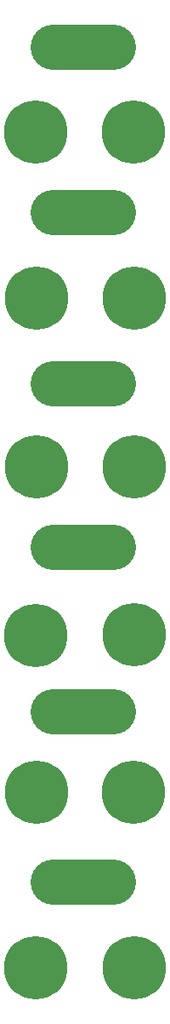
<source format=gbs>
G75*
%MOIN*%
%OFA0B0*%
%FSLAX25Y25*%
%IPPOS*%
%LPD*%
%AMOC8*
5,1,8,0,0,1.08239X$1,22.5*
%
%ADD10C,0.24816*%
%ADD11C,0.17717*%
D10*
X0022985Y0075837D03*
X0023169Y0144562D03*
X0023126Y0205982D03*
X0023169Y0271822D03*
X0023186Y0337910D03*
X0023059Y0402798D03*
X0061462Y0402761D03*
X0061535Y0337972D03*
X0061609Y0271932D03*
X0061535Y0206261D03*
X0061425Y0144673D03*
X0061535Y0075911D03*
D11*
X0053290Y0109576D02*
X0029668Y0109576D01*
X0029742Y0176376D02*
X0053364Y0176376D01*
X0053364Y0240528D02*
X0029742Y0240528D01*
X0029668Y0304458D02*
X0053290Y0304458D01*
X0053290Y0371387D02*
X0029668Y0371387D01*
X0029668Y0436348D02*
X0053290Y0436348D01*
M02*

</source>
